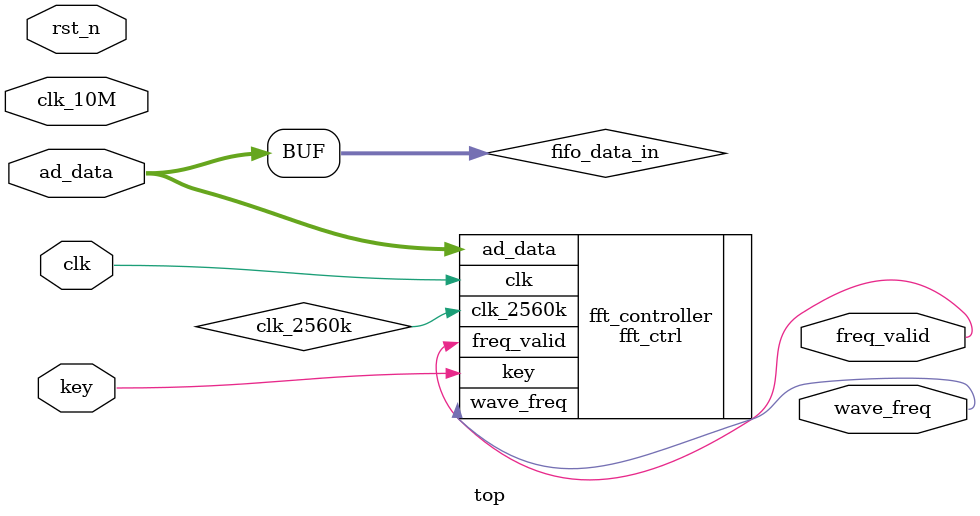
<source format=v>
module top(
    input         clk,           // 系统时钟（50MHz）
    input         clk_10M,     // fft时钟，10.24M
    input         rst_n,         // 异步复位，低电平有效
    
    input   [9:0] ad_data,       // 输入的AD数据
    input         key,           // 控制按键
    
    // FFT控制接口
    output        wave_freq,     // 波形频率
    output        freq_valid    // 频率有效信号
    
);

// 定义状态
parameter IDLE     = 2'b00;
parameter DETECT   = 2'b01;  // 状态1：频率检测
parameter STORE    = 2'b10;  // 状态2：数据存储

reg [1:0] current_state;
reg [1:0] next_state;

// FFT控制实例化
fft_ctrl fft_controller(
    .clk(clk),
    .clk_2560k(clk_2560k),
    .ad_data(ad_data),
    .key(key),
    .wave_freq(wave_freq),
    .freq_valid(freq_valid)
);

// 状态寄存器
always @(posedge clk or negedge rst_n) begin
    if (!rst_n) begin
        current_state <= IDLE;
    end else begin
        current_state <= next_state;
    end
end

// 状态转移逻辑
always @(*) begin
    case (current_state)
        IDLE: begin
            if (key) begin
                next_state = DETECT;
            end else begin
                next_state = IDLE;
            end
        end
        
        DETECT: begin
            if (freq_valid) begin
                next_state = STORE;
            end else begin
                next_state = DETECT;
            end
        end
        
        STORE: begin
            if (!key) begin
                next_state = IDLE;
            end else begin
                next_state = STORE;
            end
        end
        
        default: next_state = IDLE;
    endcase
end

    // FIFO接口
wire fifo_wr_en;    // FIFO写使能
wire [9:0] fifo_data_in;   // 写入FIFO的数据

// 输出逻辑
assign fifo_wr_en = (current_state == STORE);
assign fifo_data_in = ad_data;

endmodule
</source>
